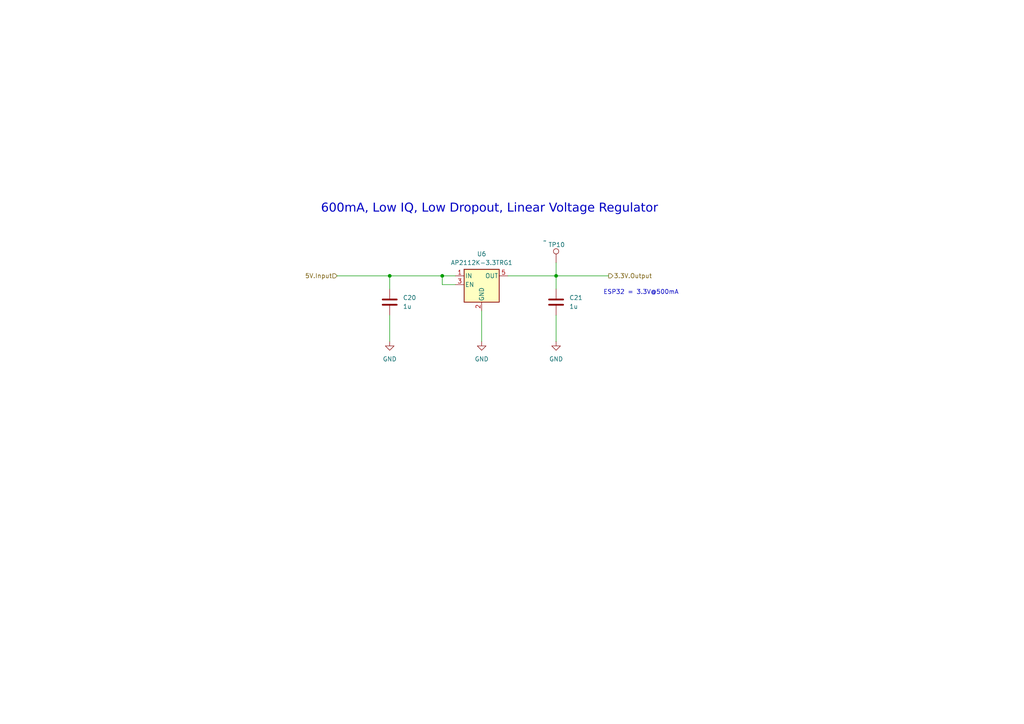
<source format=kicad_sch>
(kicad_sch (version 20250114) (generator "eeschema") (generator_version "9.0")
  (paper "A4")
  (lib_symbols
    (symbol "Connector:TestPoint" (pin_numbers (hide yes)) (pin_names (offset 0.762) (hide yes))
      (property "Reference" "TP" (at 0 6.858 0))
      (property "Value" "TestPoint" (at 0 5.08 0))
      (symbol "TestPoint_0_1"
        (circle (center 0 3.302) (radius 0.762))
      )
      (symbol "TestPoint_1_1"
        (pin passive line (at 0 0 90) (length 2.54) (name "1") (number "1"))
      )
    )
    (symbol "Device:C" (pin_numbers (hide yes)) (pin_names (offset 0.254))
      (property "Reference" "C" (at 0.635 2.54 0))
      (property "Value" "C" (at 0.635 -2.54 0))
      (symbol "C_0_1"
        (polyline (pts (xy -2.032 0.762) (xy 2.032 0.762)) (stroke (width 0.508)))
        (polyline (pts (xy -2.032 -0.762) (xy 2.032 -0.762)) (stroke (width 0.508)))
      )
      (symbol "C_1_1"
        (pin passive line (at 0 3.81 270) (length 2.794) (name "~") (number "1"))
        (pin passive line (at 0 -3.81 90) (length 2.794) (name "~") (number "2"))
      )
    )
    (symbol "Regulator_Linear:TLV75709PDBV" (pin_names (offset 0.254))
      (property "Reference" "U" (at -3.81 5.715 0))
      (property "Value" "TLV75709PDBV" (at 0 5.715 0))
      (symbol "TLV75709PDBV_0_1"
        (rectangle (start -5.08 4.445) (end 5.08 -5.08) (stroke (width 0.254)) (fill (type background)))
      )
      (symbol "TLV75709PDBV_1_1"
        (pin power_in line (at -7.62 2.54 0) (length 2.54) (name "IN") (number "1"))
        (pin input line (at -7.62 0 0) (length 2.54) (name "EN") (number "3"))
        (pin power_in line (at 0 -7.62 90) (length 2.54) (name "GND") (number "2"))
        (pin no_connect line (at 5.08 0 180) (length 2.54) (hide yes) (name "NC") (number "4"))
        (pin power_out line (at 7.62 2.54 180) (length 2.54) (name "OUT") (number "5"))
      )
    )
    (symbol "power:GND" (power) (pin_numbers (hide yes)) (pin_names (offset 0) (hide yes))
      (property "Value" "GND" (at 0 -3.81 0))
      (symbol "GND_0_1"
        (polyline (pts (xy 0 0) (xy 0 -1.27) (xy 1.27 -1.27) (xy 0 -2.54) (xy -1.27 -1.27) (xy 0 -1.27)))
      )
      (symbol "GND_1_1"
        (pin power_in line (at 0 0 270) (length 0) (name "~") (number "1"))
      )
    )
  )
  (text "600mA, Low IQ, Low Dropout, Linear Voltage Regulator" (at 141.986 61.214 0) (effects (font (size 2.54 2.54))))
  (text "ESP32 = 3.3V@500mA" (at 185.928 84.836 0) (effects (font (size 1.27 1.27))))
  (junction (at 161.29 80.01))
  (junction (at 113.03 80.01))
  (junction (at 128.27 80.01))
  (wire (pts (xy 161.29 80.01) (xy 161.29 83.82)))
  (wire (pts (xy 161.29 91.44) (xy 161.29 99.06)))
  (wire (pts (xy 128.27 82.55) (xy 128.27 80.01)))
  (wire (pts (xy 97.79 80.01) (xy 113.03 80.01)))
  (wire (pts (xy 139.7 90.17) (xy 139.7 99.06)))
  (wire (pts (xy 161.29 76.2) (xy 161.29 80.01)))
  (wire (pts (xy 161.29 80.01) (xy 176.53 80.01)))
  (wire (pts (xy 132.08 82.55) (xy 128.27 82.55)))
  (wire (pts (xy 113.03 91.44) (xy 113.03 99.06)))
  (wire (pts (xy 147.32 80.01) (xy 161.29 80.01)))
  (wire (pts (xy 113.03 83.82) (xy 113.03 80.01)))
  (wire (pts (xy 128.27 80.01) (xy 132.08 80.01)))
  (wire (pts (xy 113.03 80.01) (xy 128.27 80.01)))
  (hierarchical_label "5V.Input" (shape input) (at 97.79 80.01 180))
  (hierarchical_label "3.3V.Output" (shape output) (at 176.53 80.01 0))
  (symbol (lib_id "Connector:TestPoint") (at 161.29 76.2 0) (unit 1)
    (property "Reference" "TP10" (at 159.004 70.993 0) (effects (justify left)))
    (property "Value" "~" (at 157.48 69.85 0) (effects (justify left)))
    (property "Footprint" "brilliant-kicad-library:TestPoint_Pad_D0.9mm" (effects (hide yes)))
  )
  (symbol (lib_id "Device:C") (at 113.03 87.63 0) (unit 1)
    (property "Reference" "C20" (at 116.84 86.3599 0) (effects (justify left)))
    (property "Value" "1u" (at 116.84 88.8999 0) (effects (justify left)))
    (property "Description" "Unpolarized capacitor" (effects (hide yes)))
  )
  (symbol (lib_id "Regulator_Linear:TLV75709PDBV") (at 139.7 82.55 0) (unit 1)
    (property "Reference" "U6" (at 139.7 73.66 0))
    (property "Value" "AP2112K-3.3TRG1" (at 139.7 76.2 0))
    (property "Footprint" "Package_TO_SOT_SMD:SOT-23-5" (effects (hide yes)))
    (property "Datasheet" "https://www.lcsc.com/datasheet/C23380830.pdf" (effects (hide yes)))
    (property "Description" "1A Low IQ Small Size Low Dropout Voltage Regulator, Fixed Output 0.9V, SOT-23-5" (effects (hide yes)))
  )
  (symbol (lib_id "Device:C") (at 161.29 87.63 0) (unit 1)
    (property "Reference" "C21" (at 165.1 86.3599 0) (effects (justify left)))
    (property "Value" "1u" (at 165.1 88.8999 0) (effects (justify left)))
    (property "Description" "Unpolarized capacitor" (effects (hide yes)))
  )
  (symbol (lib_id "power:GND") (at 139.7 99.06 0) (unit 1)
    (property "Reference" "#PWR039" (effects (hide yes)))
    (property "Value" "GND" (at 139.7 104.14 0))
    (property "Description" "Power symbol creates a global label with name \"GND\" , ground" (effects (hide yes)))
  )
  (symbol (lib_id "power:GND") (at 161.29 99.06 0) (unit 1)
    (property "Reference" "#PWR040" (effects (hide yes)))
    (property "Value" "GND" (at 161.29 104.14 0))
    (property "Description" "Power symbol creates a global label with name \"GND\" , ground" (effects (hide yes)))
  )
  (symbol (lib_id "power:GND") (at 113.03 99.06 0) (unit 1)
    (property "Reference" "#PWR038" (effects (hide yes)))
    (property "Value" "GND" (at 113.03 104.14 0))
    (property "Description" "Power symbol creates a global label with name \"GND\" , ground" (effects (hide yes)))
  )
)
</source>
